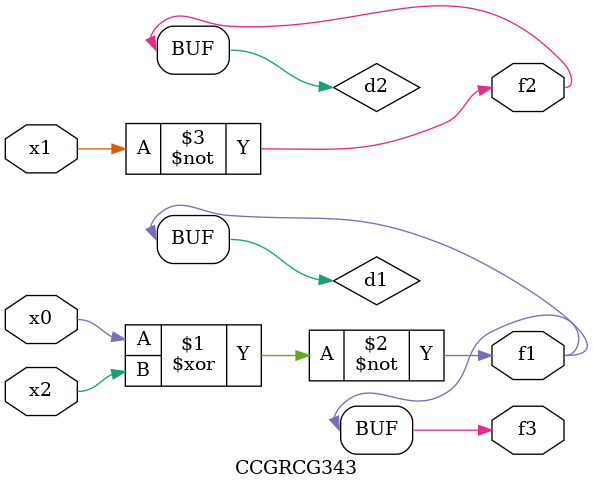
<source format=v>
module CCGRCG343(
	input x0, x1, x2,
	output f1, f2, f3
);

	wire d1, d2, d3;

	xnor (d1, x0, x2);
	nand (d2, x1);
	nor (d3, x1, x2);
	assign f1 = d1;
	assign f2 = d2;
	assign f3 = d1;
endmodule

</source>
